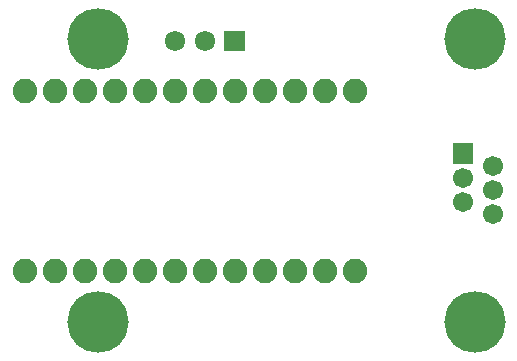
<source format=gbs>
G04 Layer: BottomSolderMaskLayer*
G04 EasyEDA v6.5.1, 2022-03-30 11:40:58*
G04 f7f897cffc8b4bbe8ffd8634bc846e31,7b35ab87edb5478c89a92b32cd25319b,10*
G04 Gerber Generator version 0.2*
G04 Scale: 100 percent, Rotated: No, Reflected: No *
G04 Dimensions in millimeters *
G04 leading zeros omitted , absolute positions ,4 integer and 5 decimal *
%FSLAX45Y45*%
%MOMM*%

%ADD21C,1.7232*%
%ADD22C,1.7016*%
%ADD24C,2.0828*%
%ADD25C,5.2032*%

%LPD*%
G36*
X-3134105Y5362194D02*
G01*
X-3134105Y5534405D01*
X-2961894Y5534405D01*
X-2961894Y5362194D01*
G37*
D21*
G01*
X-3302000Y5448300D03*
G01*
X-3556000Y5448300D03*
D22*
G01*
X-863600Y4190796D03*
G01*
X-1117600Y4292777D03*
G01*
X-863600Y4394784D03*
G36*
X-1202689Y4411726D02*
G01*
X-1202689Y4581905D01*
X-1032510Y4581905D01*
X-1032510Y4411726D01*
G37*
G01*
X-863600Y3986784D03*
G01*
X-1117600Y4088790D03*
D24*
G01*
X-2032000Y5029200D03*
G01*
X-2286000Y5029200D03*
G01*
X-2540000Y5029200D03*
G01*
X-2794000Y5029200D03*
G01*
X-3048000Y5029200D03*
G01*
X-3302000Y5029200D03*
G01*
X-3556000Y5029200D03*
G01*
X-3810000Y5029200D03*
G01*
X-4064000Y5029200D03*
G01*
X-4318000Y5029200D03*
G01*
X-4572000Y5029200D03*
G01*
X-4826000Y5029200D03*
G01*
X-4826000Y3505200D03*
G01*
X-4572000Y3505200D03*
G01*
X-4318000Y3505200D03*
G01*
X-4064000Y3505200D03*
G01*
X-3810000Y3505200D03*
G01*
X-3556000Y3505200D03*
G01*
X-3302000Y3505200D03*
G01*
X-3048000Y3505200D03*
G01*
X-2794000Y3505200D03*
G01*
X-2540000Y3505200D03*
G01*
X-2286000Y3505200D03*
G01*
X-2032000Y3505200D03*
D25*
G01*
X-4204004Y5464403D03*
G01*
X-1016000Y5464403D03*
G01*
X-4204004Y3073400D03*
G01*
X-1016000Y3073400D03*
M02*

</source>
